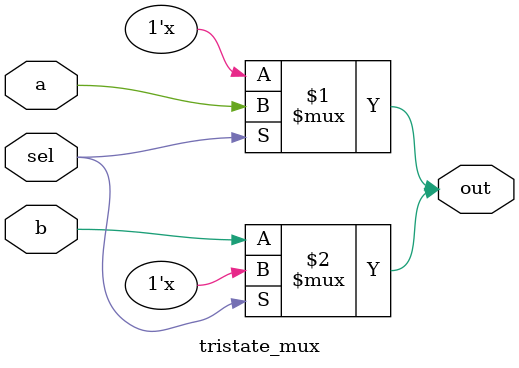
<source format=v>
/*
.Tristate 2:1 MUX
 Use bufif0 and bufif1 to design and test.
 */
 module tristate_mux(
    input a, b, sel,
    output out
);
    bufif1 (out, a, sel);
    bufif0 (out, b, sel);
endmodule
</source>
